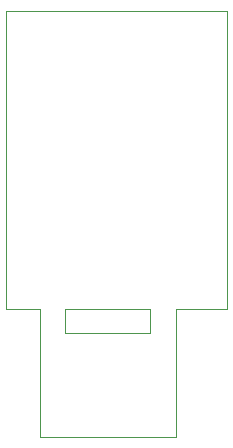
<source format=gbr>
%TF.GenerationSoftware,KiCad,Pcbnew,5.1.9*%
%TF.CreationDate,2021-03-27T13:30:24+01:00*%
%TF.ProjectId,picoballoon,7069636f-6261-46c6-9c6f-6f6e2e6b6963,0.1*%
%TF.SameCoordinates,Original*%
%TF.FileFunction,Profile,NP*%
%FSLAX46Y46*%
G04 Gerber Fmt 4.6, Leading zero omitted, Abs format (unit mm)*
G04 Created by KiCad (PCBNEW 5.1.9) date 2021-03-27 13:30:24*
%MOMM*%
%LPD*%
G01*
G04 APERTURE LIST*
%TA.AperFunction,Profile*%
%ADD10C,0.050000*%
%TD*%
G04 APERTURE END LIST*
D10*
X124800000Y-85900000D02*
X124800000Y-83900000D01*
X131970000Y-85900000D02*
X124800000Y-85900000D01*
X131970000Y-83900000D02*
X131970000Y-85900000D01*
X134180000Y-94720000D02*
X134180000Y-83900000D01*
X122600000Y-94720000D02*
X134180000Y-94720000D01*
X122600000Y-83900000D02*
X122600000Y-94720000D01*
X122600000Y-83900000D02*
X119750000Y-83900000D01*
X131970000Y-83900000D02*
X124800000Y-83900000D01*
X138500000Y-83900000D02*
X134180000Y-83900000D01*
X119750000Y-58650000D02*
X138500000Y-58650000D01*
X119750000Y-83900000D02*
X119750000Y-58650000D01*
X138500000Y-58650000D02*
X138500000Y-83900000D01*
M02*

</source>
